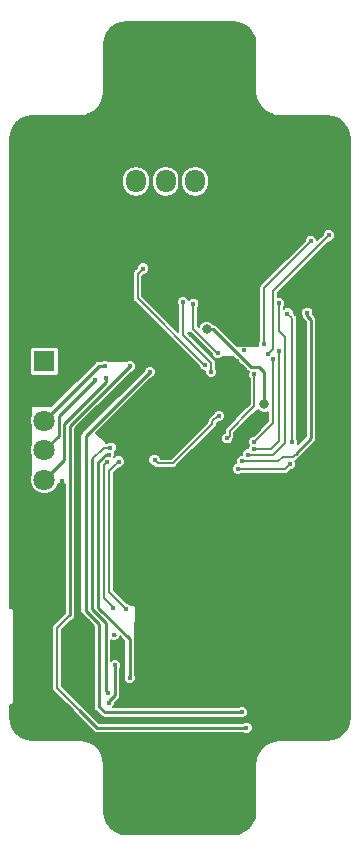
<source format=gbl>
G04 #@! TF.GenerationSoftware,KiCad,Pcbnew,(5.0.2)-1*
G04 #@! TF.CreationDate,2019-10-12T13:33:17+09:00*
G04 #@! TF.ProjectId,High_range_accelerometer,48696768-5f72-4616-9e67-655f61636365,rev?*
G04 #@! TF.SameCoordinates,Original*
G04 #@! TF.FileFunction,Copper,L2,Bot*
G04 #@! TF.FilePolarity,Positive*
%FSLAX46Y46*%
G04 Gerber Fmt 4.6, Leading zero omitted, Abs format (unit mm)*
G04 Created by KiCad (PCBNEW (5.0.2)-1) date 2019/10/12 13:33:17*
%MOMM*%
%LPD*%
G01*
G04 APERTURE LIST*
G04 #@! TA.AperFunction,Conductor*
%ADD10C,0.100000*%
G04 #@! TD*
G04 #@! TA.AperFunction,ComponentPad*
%ADD11C,1.700000*%
G04 #@! TD*
G04 #@! TA.AperFunction,ComponentPad*
%ADD12O,1.700000X1.950000*%
G04 #@! TD*
G04 #@! TA.AperFunction,ComponentPad*
%ADD13R,1.800000X1.800000*%
G04 #@! TD*
G04 #@! TA.AperFunction,ComponentPad*
%ADD14C,1.800000*%
G04 #@! TD*
G04 #@! TA.AperFunction,ComponentPad*
%ADD15C,0.712500*%
G04 #@! TD*
G04 #@! TA.AperFunction,ComponentPad*
%ADD16O,1.250000X1.050000*%
G04 #@! TD*
G04 #@! TA.AperFunction,ComponentPad*
%ADD17R,1.900000X2.100000*%
G04 #@! TD*
G04 #@! TA.AperFunction,ViaPad*
%ADD18C,0.400000*%
G04 #@! TD*
G04 #@! TA.AperFunction,ViaPad*
%ADD19C,0.800000*%
G04 #@! TD*
G04 #@! TA.AperFunction,Conductor*
%ADD20C,0.250000*%
G04 #@! TD*
G04 #@! TA.AperFunction,Conductor*
%ADD21C,0.190000*%
G04 #@! TD*
G04 #@! TA.AperFunction,Conductor*
%ADD22C,0.200000*%
G04 #@! TD*
G04 #@! TA.AperFunction,Conductor*
%ADD23C,0.210000*%
G04 #@! TD*
G04 APERTURE END LIST*
D10*
G04 #@! TO.N,GND*
G04 #@! TO.C,U1*
G36*
X111272624Y-61496364D02*
X111296893Y-61499964D01*
X111320691Y-61505925D01*
X111343791Y-61514190D01*
X111365969Y-61524680D01*
X111387013Y-61537293D01*
X111406718Y-61551907D01*
X111424897Y-61568383D01*
X111441373Y-61586562D01*
X111455987Y-61606267D01*
X111468600Y-61627311D01*
X111479090Y-61649489D01*
X111487355Y-61672589D01*
X111493316Y-61696387D01*
X111496916Y-61720656D01*
X111498120Y-61745160D01*
X111498120Y-63195160D01*
X111496916Y-63219664D01*
X111493316Y-63243933D01*
X111487355Y-63267731D01*
X111479090Y-63290831D01*
X111468600Y-63313009D01*
X111455987Y-63334053D01*
X111441373Y-63353758D01*
X111424897Y-63371937D01*
X111406718Y-63388413D01*
X111387013Y-63403027D01*
X111365969Y-63415640D01*
X111343791Y-63426130D01*
X111320691Y-63434395D01*
X111296893Y-63440356D01*
X111272624Y-63443956D01*
X111248120Y-63445160D01*
X110048120Y-63445160D01*
X110023616Y-63443956D01*
X109999347Y-63440356D01*
X109975549Y-63434395D01*
X109952449Y-63426130D01*
X109930271Y-63415640D01*
X109909227Y-63403027D01*
X109889522Y-63388413D01*
X109871343Y-63371937D01*
X109854867Y-63353758D01*
X109840253Y-63334053D01*
X109827640Y-63313009D01*
X109817150Y-63290831D01*
X109808885Y-63267731D01*
X109802924Y-63243933D01*
X109799324Y-63219664D01*
X109798120Y-63195160D01*
X109798120Y-61745160D01*
X109799324Y-61720656D01*
X109802924Y-61696387D01*
X109808885Y-61672589D01*
X109817150Y-61649489D01*
X109827640Y-61627311D01*
X109840253Y-61606267D01*
X109854867Y-61586562D01*
X109871343Y-61568383D01*
X109889522Y-61551907D01*
X109909227Y-61537293D01*
X109930271Y-61524680D01*
X109952449Y-61514190D01*
X109975549Y-61505925D01*
X109999347Y-61499964D01*
X110023616Y-61496364D01*
X110048120Y-61495160D01*
X111248120Y-61495160D01*
X111272624Y-61496364D01*
X111272624Y-61496364D01*
G37*
D11*
G04 #@! TD*
G04 #@! TO.P,U1,1*
G04 #@! TO.N,GND*
X110648120Y-62470160D03*
D12*
G04 #@! TO.P,U1,2*
G04 #@! TO.N,Net-(C1-Pad1)*
X108148120Y-62470160D03*
G04 #@! TO.P,U1,3*
G04 #@! TO.N,Net-(R2-Pad2)*
X105648120Y-62470160D03*
G04 #@! TO.P,U1,4*
G04 #@! TO.N,Net-(R3-Pad1)*
X103148120Y-62470160D03*
G04 #@! TD*
D13*
G04 #@! TO.P,P1,1*
G04 #@! TO.N,N/C*
X95382080Y-77724000D03*
D14*
G04 #@! TO.P,P1,2*
G04 #@! TO.N,GND*
X95382080Y-80224000D03*
G04 #@! TO.P,P1,3*
G04 #@! TO.N,XRESS*
X95382080Y-82724000D03*
G04 #@! TO.P,P1,4*
G04 #@! TO.N,SCLK*
X95382080Y-85224000D03*
G04 #@! TO.P,P1,5*
G04 #@! TO.N,SDATA*
X95382080Y-87724000D03*
G04 #@! TD*
D15*
G04 #@! TO.P,U5,69*
G04 #@! TO.N,GND*
X106941800Y-80666919D03*
X105934173Y-81674546D03*
X104926546Y-82682173D03*
X103918919Y-83689800D03*
X107949427Y-81674546D03*
X106941800Y-82682173D03*
X105934173Y-83689800D03*
X104926546Y-84697427D03*
X108957054Y-82682173D03*
X107949427Y-83689800D03*
X106941800Y-84697427D03*
X105934173Y-85705054D03*
X109964681Y-83689800D03*
X108957054Y-84697427D03*
X107949427Y-85705054D03*
X106941800Y-86712681D03*
G04 #@! TD*
D16*
G04 #@! TO.P,J1,5*
G04 #@! TO.N,GND*
X97749620Y-100328160D03*
X97749620Y-105178160D03*
D17*
X94749620Y-99103160D03*
X94749620Y-106403160D03*
G04 #@! TD*
D18*
G04 #@! TO.N,GND*
X105392220Y-76743560D03*
X99245420Y-76527660D03*
X100172520Y-83969860D03*
X112783620Y-83474560D03*
X93348120Y-108870160D03*
X120348120Y-57870160D03*
X93348120Y-57870160D03*
X102242620Y-63954660D03*
X113253520Y-74724260D03*
X112313720Y-76756260D03*
X101480620Y-49857660D03*
X105521760Y-90093800D03*
X120350280Y-108874560D03*
X101305360Y-108122720D03*
X99171760Y-105059480D03*
X99146360Y-101122480D03*
X111739680Y-106334560D03*
X98221800Y-96067880D03*
X98206560Y-91993720D03*
X98206560Y-88458040D03*
X98196400Y-86456520D03*
X98587560Y-83296760D03*
X99735640Y-82077560D03*
X101020880Y-80873600D03*
X102753160Y-79095600D03*
X96848120Y-87870160D03*
X96548120Y-74370160D03*
X117800120Y-63129160D03*
X116212620Y-63129160D03*
X106243120Y-64907160D03*
X103576120Y-64399160D03*
X103639620Y-73733660D03*
X106497120Y-73733660D03*
X104592120Y-70050660D03*
X99893120Y-71003160D03*
X101607620Y-66177160D03*
X111647481Y-77727299D03*
X117165120Y-84147660D03*
X119578120Y-63129160D03*
X117165120Y-77162660D03*
X117165120Y-80274160D03*
G04 #@! TO.N,*
X101353620Y-103451660D03*
X101290120Y-100848160D03*
X100845620Y-106626660D03*
G04 #@! TO.N,GND*
X101934402Y-81743942D03*
X113799620Y-70304660D03*
X109227620Y-71638160D03*
X118689120Y-67002660D03*
X107576620Y-64018160D03*
X104274620Y-68653660D03*
X105080620Y-49857660D03*
X108680620Y-49857660D03*
X112280620Y-49857660D03*
X101480620Y-53857660D03*
X105080620Y-53857660D03*
X108680620Y-53857660D03*
X112280620Y-53857660D03*
X101480620Y-57857660D03*
X105080620Y-57857660D03*
X108680620Y-57857660D03*
X112280620Y-57857660D03*
X101417120Y-112659160D03*
X105017120Y-112659160D03*
X108617120Y-112659160D03*
X112217120Y-112659160D03*
X101417120Y-116659160D03*
X105017120Y-116659160D03*
X108617120Y-116659160D03*
X112217120Y-116659160D03*
X120467120Y-68018660D03*
X120467120Y-72018660D03*
X120467120Y-76018660D03*
X120467120Y-80018660D03*
X120467120Y-84018660D03*
X120467120Y-88018660D03*
X120467120Y-92018660D03*
X120467120Y-96018660D03*
X120467120Y-100018660D03*
X120467120Y-104018660D03*
X93348120Y-61870160D03*
X93348120Y-65870160D03*
X93348120Y-73870160D03*
X93348120Y-77870160D03*
X93348120Y-81870160D03*
X93348120Y-85870160D03*
X93348120Y-89870160D03*
X93348120Y-93870160D03*
X114053620Y-89100660D03*
X109418120Y-88084660D03*
X109799120Y-94244160D03*
X114117120Y-87513160D03*
X112331500Y-87503000D03*
X97091500Y-78740000D03*
X107824531Y-75470681D03*
X115379500Y-72009000D03*
X107061000Y-78168500D03*
X117411500Y-69850000D03*
X109156500Y-100330000D03*
X93299990Y-69875490D03*
X101850000Y-71200000D03*
X95300000Y-69450000D03*
X96350000Y-69400000D03*
X98050000Y-69350000D03*
X99850000Y-69350000D03*
X98150000Y-70900000D03*
X96250000Y-70400000D03*
X99450000Y-61000000D03*
D19*
G04 #@! TO.N,+3V3*
X109113320Y-75016360D03*
X113990120Y-81353658D03*
D18*
G04 #@! TO.N,Net-(C19-Pad1)*
X110185200Y-82331560D03*
X104703646Y-86062304D03*
G04 #@! TO.N,XRESS*
X100515420Y-78127860D03*
G04 #@! TO.N,SCLK*
X99646235Y-79323507D03*
G04 #@! TO.N,SDATA*
X100591620Y-79093060D03*
G04 #@! TO.N,Net-(R4-Pad2)*
X102306120Y-98689160D03*
X101671120Y-86200608D03*
G04 #@! TO.N,Net-(R5-Pad2)*
X101188520Y-98562160D03*
X100655114Y-86270014D03*
G04 #@! TO.N,Sensor-CS*
X110865920Y-84236560D03*
X113164622Y-78813660D03*
G04 #@! TO.N,Flash-~CS*
X102598720Y-104519560D03*
X100845619Y-85608159D03*
G04 #@! TO.N,CAN-TXD*
X107995716Y-72831960D03*
X110053120Y-77035672D03*
G04 #@! TO.N,CAN-RXD*
X107106720Y-72704960D03*
X109494610Y-78597760D03*
G04 #@! TO.N,CAN-STB*
X108960920Y-78038960D03*
X103753920Y-69860160D03*
G04 #@! TO.N,Flash-CLK*
X112115600Y-107431840D03*
X104302560Y-78633320D03*
G04 #@! TO.N,Flash-MOSI*
X112486440Y-108737400D03*
X102605840Y-78150720D03*
G04 #@! TO.N,Flash-MISO*
X100787200Y-105796080D03*
X100975780Y-85022436D03*
G04 #@! TO.N,Sensor-CLK*
X117647720Y-73593960D03*
X112148620Y-86179660D03*
G04 #@! TO.N,Sensor-MOSI*
X115234720Y-72806560D03*
X112656620Y-85608160D03*
G04 #@! TO.N,Sensor-MISO*
X115963330Y-73670160D03*
X116367560Y-84551520D03*
X116144040Y-86436200D03*
X111767620Y-86814660D03*
G04 #@! TO.N,INT1*
X113117684Y-85166407D03*
X115260120Y-76870560D03*
G04 #@! TO.N,INT2*
X114752120Y-77480160D03*
X113164620Y-84528660D03*
G04 #@! TO.N,LED_G_1*
X114314396Y-77069794D03*
X119451120Y-67053460D03*
G04 #@! TO.N,LED_G_2*
X113990120Y-76235560D03*
X117927120Y-67561460D03*
G04 #@! TD*
D20*
G04 #@! TO.N,GND*
X99171760Y-101147880D02*
X99146360Y-101122480D01*
X98221800Y-98812490D02*
X98221800Y-96067880D01*
X99146360Y-101122480D02*
X99146360Y-99737050D01*
X99146360Y-99737050D02*
X98221800Y-98812490D01*
X98206560Y-91993720D02*
X98206560Y-88458040D01*
X98206560Y-88458040D02*
X98206560Y-86466680D01*
X98206560Y-86466680D02*
X98196400Y-86456520D01*
X98196400Y-86456520D02*
X98196400Y-83687920D01*
X98196400Y-83687920D02*
X98587560Y-83296760D01*
X99735640Y-82077560D02*
X99816920Y-82077560D01*
X99816920Y-82077560D02*
X101020880Y-80873600D01*
X101020880Y-80873600D02*
X101020880Y-80827880D01*
X101020880Y-80827880D02*
X102753160Y-79095600D01*
X106497120Y-73450818D02*
X106497120Y-73733660D01*
X117122719Y-84105259D02*
X117165120Y-84147660D01*
G04 #@! TO.N,*
X101353620Y-100911660D02*
X101290120Y-100848160D01*
X100845620Y-106514662D02*
X100845620Y-106626660D01*
X101353620Y-103451660D02*
X101353620Y-106006662D01*
X101353620Y-106006662D02*
X100845620Y-106514662D01*
G04 #@! TO.N,GND*
X115389160Y-72018660D02*
X115379500Y-72009000D01*
G04 #@! TO.N,+3V3*
X113990120Y-78651288D02*
X113990120Y-80787973D01*
X109113320Y-75016360D02*
X109679005Y-75016360D01*
X109679005Y-75016360D02*
X112855543Y-78192898D01*
X112855543Y-78192898D02*
X113531730Y-78192898D01*
X113531730Y-78192898D02*
X113990120Y-78651288D01*
X113990120Y-80787973D02*
X113990120Y-81353658D01*
D21*
G04 #@! TO.N,Net-(C19-Pad1)*
X110169960Y-82362040D02*
X110053120Y-82362040D01*
X110053120Y-82362040D02*
X109608305Y-82806855D01*
X109608305Y-82806855D02*
X109608305Y-82994774D01*
X109608305Y-82994774D02*
X106246774Y-86356305D01*
X104903645Y-86262303D02*
X104703646Y-86062304D01*
X106246774Y-86356305D02*
X104997647Y-86356305D01*
X104997647Y-86356305D02*
X104903645Y-86262303D01*
D20*
G04 #@! TO.N,XRESS*
X95382080Y-82724000D02*
X99978220Y-78127860D01*
X99978220Y-78127860D02*
X100232578Y-78127860D01*
X100232578Y-78127860D02*
X100515420Y-78127860D01*
G04 #@! TO.N,SCLK*
X99446236Y-79523506D02*
X99646235Y-79323507D01*
X96607081Y-82362661D02*
X99446236Y-79523506D01*
X95382080Y-85224000D02*
X96607081Y-83998999D01*
X96607081Y-83998999D02*
X96607081Y-82362661D01*
D21*
G04 #@! TO.N,SDATA*
X95382080Y-87724000D02*
X95382080Y-87561200D01*
D20*
X100591620Y-79375902D02*
X100591620Y-79093060D01*
X100591620Y-79474060D02*
X100591620Y-79375902D01*
X97057092Y-83008588D02*
X100591620Y-79474060D01*
X95382080Y-87724000D02*
X97057092Y-86048988D01*
X97057092Y-86048988D02*
X97057092Y-83008588D01*
D22*
G04 #@! TO.N,Net-(R4-Pad2)*
X100845620Y-97228660D02*
X102306120Y-98689160D01*
X100845620Y-87572889D02*
X100845620Y-97228660D01*
D21*
X101471121Y-86400607D02*
X101671120Y-86200608D01*
X100845620Y-87026108D02*
X101471121Y-86400607D01*
X100845620Y-87572889D02*
X100845620Y-87026108D01*
D22*
G04 #@! TO.N,Net-(R5-Pad2)*
X100988521Y-98362161D02*
X101188520Y-98562160D01*
X100401120Y-97774760D02*
X100988521Y-98362161D01*
X100401120Y-86829130D02*
X100401120Y-97774760D01*
D21*
X100401120Y-86829130D02*
X100401120Y-86524008D01*
X100455115Y-86470013D02*
X100655114Y-86270014D01*
X100401120Y-86524008D02*
X100455115Y-86470013D01*
G04 #@! TO.N,Sensor-CS*
X111065919Y-84036561D02*
X111065919Y-83604761D01*
X110865920Y-84236560D02*
X111065919Y-84036561D01*
X111065919Y-83604761D02*
X112821720Y-81848960D01*
D22*
X112821720Y-81848960D02*
X113164622Y-81506058D01*
X113164622Y-79096502D02*
X113164622Y-78813660D01*
X113164622Y-81506058D02*
X113164622Y-79096502D01*
D20*
G04 #@! TO.N,Flash-~CS*
X102598720Y-104519560D02*
X102598720Y-101202850D01*
X99956620Y-98560750D02*
X99956620Y-86214316D01*
X99956620Y-86214316D02*
X100562777Y-85608159D01*
X100562777Y-85608159D02*
X100845619Y-85608159D01*
X102598720Y-101202850D02*
X99956620Y-98560750D01*
D22*
G04 #@! TO.N,CAN-TXD*
X110027720Y-76966762D02*
X107995716Y-74934758D01*
X107995716Y-74934758D02*
X107995716Y-73114802D01*
X107995716Y-73114802D02*
X107995716Y-72831960D01*
D21*
X110027720Y-76966762D02*
X110027720Y-77010272D01*
X110027720Y-77010272D02*
X110053120Y-77035672D01*
G04 #@! TO.N,CAN-RXD*
X109494610Y-77861450D02*
X109494610Y-78314918D01*
X107106720Y-75473560D02*
X109494610Y-77861450D01*
X109494610Y-78314918D02*
X109494610Y-78597760D01*
X107106720Y-72704960D02*
X107106720Y-75473560D01*
G04 #@! TO.N,CAN-STB*
X108760921Y-77838961D02*
X108960920Y-78038960D01*
X103271320Y-72349360D02*
X108760921Y-77838961D01*
X103271320Y-72298560D02*
X103271320Y-72349360D01*
D22*
X103271320Y-72349360D02*
X103271320Y-70342760D01*
X103271320Y-70342760D02*
X103753920Y-69860160D01*
D20*
G04 #@! TO.N,Flash-CLK*
X104102561Y-78833319D02*
X104302560Y-78633320D01*
X100481220Y-107431840D02*
X100025200Y-106975820D01*
X112115600Y-107431840D02*
X100481220Y-107431840D01*
X100025200Y-106975820D02*
X100025200Y-99979480D01*
X100025200Y-99979480D02*
X98866960Y-98821240D01*
X98866960Y-98821240D02*
X98866960Y-84068920D01*
X98866960Y-84068920D02*
X104102561Y-78833319D01*
G04 #@! TO.N,Flash-MOSI*
X102405841Y-78350719D02*
X102605840Y-78150720D01*
X97543620Y-99192969D02*
X97543620Y-83212940D01*
X112486440Y-108737400D02*
X99822000Y-108737400D01*
X99822000Y-108737400D02*
X98281130Y-107196530D01*
X97543620Y-83212940D02*
X102405841Y-78350719D01*
D21*
X96450000Y-105365400D02*
X98281130Y-107196530D01*
X97543620Y-99192969D02*
X96450000Y-100286589D01*
X96450000Y-100286589D02*
X96450000Y-105365400D01*
D20*
G04 #@! TO.N,Flash-MISO*
X100591620Y-99832160D02*
X99448620Y-98689160D01*
X100591620Y-105600500D02*
X100591620Y-99832160D01*
X99448620Y-98689160D02*
X99448620Y-85961511D01*
X100787200Y-105796080D02*
X100591620Y-105600500D01*
D21*
X100692938Y-85022436D02*
X100975780Y-85022436D01*
X99448620Y-85961511D02*
X100387695Y-85022436D01*
X100387695Y-85022436D02*
X100692938Y-85022436D01*
D22*
G04 #@! TO.N,Sensor-CLK*
X116428520Y-85785960D02*
X115564920Y-85785960D01*
X116657120Y-85557360D02*
X116428520Y-85785960D01*
D20*
X117647720Y-73876802D02*
X117647720Y-73593960D01*
X117972840Y-74201922D02*
X117647720Y-73876802D01*
X116657120Y-85557360D02*
X117972840Y-84241640D01*
X117972840Y-84241640D02*
X117972840Y-74201922D01*
D21*
X115171220Y-86179660D02*
X112431462Y-86179660D01*
X112431462Y-86179660D02*
X112148620Y-86179660D01*
X115564920Y-85785960D02*
X115171220Y-86179660D01*
D22*
G04 #@! TO.N,Sensor-MOSI*
X115234720Y-75117960D02*
X115234720Y-72806560D01*
X115793520Y-75676760D02*
X115234720Y-75117960D01*
X115285520Y-85150960D02*
X115793520Y-84642960D01*
X115793520Y-84642960D02*
X115793520Y-75676760D01*
D21*
X115285520Y-85150960D02*
X114775071Y-85661409D01*
X114775071Y-85661409D02*
X112709869Y-85661409D01*
X112709869Y-85661409D02*
X112656620Y-85608160D01*
D22*
G04 #@! TO.N,Sensor-MISO*
X116367560Y-84268678D02*
X116367560Y-84551520D01*
X115963330Y-73670160D02*
X116367560Y-74074390D01*
X116367560Y-74074390D02*
X116367560Y-84268678D01*
D21*
X115765580Y-86814660D02*
X112050462Y-86814660D01*
X112050462Y-86814660D02*
X111767620Y-86814660D01*
X116144040Y-86436200D02*
X115765580Y-86814660D01*
G04 #@! TO.N,INT1*
X113400526Y-85166407D02*
X113117684Y-85166407D01*
X114752120Y-84973160D02*
X114558873Y-85166407D01*
X114558873Y-85166407D02*
X113400526Y-85166407D01*
D22*
X114759019Y-84973160D02*
X115285520Y-84446659D01*
X115285520Y-84446659D02*
X115285520Y-77099160D01*
X115260120Y-77073760D02*
X115260120Y-76870560D01*
X115285520Y-77099160D02*
X115260120Y-77073760D01*
G04 #@! TO.N,INT2*
X114752120Y-82941160D02*
X113364619Y-84328661D01*
X114752120Y-77480160D02*
X114752120Y-82941160D01*
X113364619Y-84328661D02*
X113164620Y-84528660D01*
D21*
G04 #@! TO.N,LED_G_1*
X114314396Y-77069794D02*
X114739719Y-76644471D01*
X119251121Y-67253459D02*
X119451120Y-67053460D01*
X114739719Y-71764861D02*
X119251121Y-67253459D01*
X114739719Y-76644471D02*
X114739719Y-71764861D01*
G04 #@! TO.N,LED_G_2*
X113990120Y-76235560D02*
X113990120Y-71498460D01*
X117727121Y-67761459D02*
X117927120Y-67561460D01*
X113990120Y-71498460D02*
X117727121Y-67761459D01*
G04 #@! TD*
D23*
G04 #@! TO.N,GND*
G36*
X111838349Y-49040606D02*
X112295166Y-49229826D01*
X112687447Y-49530833D01*
X112988454Y-49923114D01*
X113177674Y-50379931D01*
X113243120Y-50877044D01*
X113243120Y-54870160D01*
X113244018Y-54883865D01*
X113312166Y-55401503D01*
X113319261Y-55427980D01*
X113519062Y-55910342D01*
X113532767Y-55934080D01*
X113850604Y-56348294D01*
X113869986Y-56367676D01*
X114284200Y-56685513D01*
X114307938Y-56699218D01*
X114790300Y-56899019D01*
X114816777Y-56906114D01*
X115334415Y-56974262D01*
X115348120Y-56975160D01*
X119341236Y-56975160D01*
X119838349Y-57040606D01*
X120295166Y-57229826D01*
X120687447Y-57530833D01*
X120988454Y-57923114D01*
X121177674Y-58379931D01*
X121243120Y-58877044D01*
X121243120Y-107863276D01*
X121177674Y-108360389D01*
X120988454Y-108817206D01*
X120687447Y-109209487D01*
X120295166Y-109510494D01*
X119838349Y-109699714D01*
X119341236Y-109765160D01*
X115348120Y-109765160D01*
X115334415Y-109766058D01*
X114816777Y-109834206D01*
X114790300Y-109841301D01*
X114307938Y-110041102D01*
X114284200Y-110054807D01*
X113869986Y-110372644D01*
X113850604Y-110392026D01*
X113532767Y-110806240D01*
X113519062Y-110829978D01*
X113319261Y-111312340D01*
X113312166Y-111338817D01*
X113244018Y-111856455D01*
X113243120Y-111870160D01*
X113243120Y-115863276D01*
X113177674Y-116360389D01*
X112988454Y-116817206D01*
X112687447Y-117209487D01*
X112295166Y-117510494D01*
X111838349Y-117699714D01*
X111341236Y-117765160D01*
X102355004Y-117765160D01*
X101857891Y-117699714D01*
X101401074Y-117510494D01*
X101008793Y-117209487D01*
X100707786Y-116817206D01*
X100518566Y-116360389D01*
X100453120Y-115863276D01*
X100453120Y-111870160D01*
X100452222Y-111856455D01*
X100384074Y-111338817D01*
X100376979Y-111312340D01*
X100177178Y-110829978D01*
X100163473Y-110806240D01*
X99845636Y-110392026D01*
X99826254Y-110372644D01*
X99412040Y-110054807D01*
X99388302Y-110041102D01*
X98905940Y-109841301D01*
X98879463Y-109834206D01*
X98361825Y-109766058D01*
X98348120Y-109765160D01*
X94355004Y-109765160D01*
X93857891Y-109699714D01*
X93401074Y-109510494D01*
X93008793Y-109209487D01*
X92707786Y-108817206D01*
X92518566Y-108360389D01*
X92453120Y-107863276D01*
X92453120Y-106834904D01*
X92473197Y-106830910D01*
X92586959Y-106808281D01*
X92715963Y-106722084D01*
X92802160Y-106593080D01*
X92832429Y-106440910D01*
X92824789Y-106402502D01*
X92824789Y-99004318D01*
X92832429Y-98965910D01*
X92802160Y-98813740D01*
X92715963Y-98684736D01*
X92586959Y-98598539D01*
X92473197Y-98575910D01*
X92453120Y-98571916D01*
X92453120Y-82482322D01*
X94167080Y-82482322D01*
X94167080Y-82965678D01*
X94243120Y-83149255D01*
X94243120Y-84798745D01*
X94167080Y-84982322D01*
X94167080Y-85465678D01*
X94243120Y-85649255D01*
X94243120Y-87298745D01*
X94167080Y-87482322D01*
X94167080Y-87965678D01*
X94352053Y-88412242D01*
X94693838Y-88754027D01*
X95140402Y-88939000D01*
X95623758Y-88939000D01*
X96070322Y-88754027D01*
X96412107Y-88412242D01*
X96551731Y-88075160D01*
X97103621Y-88075160D01*
X97103620Y-99053142D01*
X96188639Y-99968123D01*
X96154407Y-99990996D01*
X96063789Y-100126616D01*
X96040000Y-100246211D01*
X96040000Y-100246214D01*
X96031969Y-100286589D01*
X96040000Y-100326964D01*
X96040001Y-105325020D01*
X96031969Y-105365400D01*
X96063789Y-105525373D01*
X96131534Y-105626761D01*
X96131537Y-105626764D01*
X96154408Y-105660993D01*
X96188637Y-105683864D01*
X97865090Y-107360318D01*
X97866660Y-107368209D01*
X97939360Y-107477013D01*
X99480229Y-109017882D01*
X99504778Y-109054622D01*
X99611915Y-109126209D01*
X99650319Y-109151870D01*
X99650320Y-109151870D01*
X99650321Y-109151871D01*
X99778664Y-109177400D01*
X99778668Y-109177400D01*
X99821999Y-109186019D01*
X99865330Y-109177400D01*
X112202934Y-109177400D01*
X112384000Y-109252400D01*
X112588880Y-109252400D01*
X112778164Y-109173996D01*
X112923036Y-109029124D01*
X113001440Y-108839840D01*
X113001440Y-108634960D01*
X112923036Y-108445676D01*
X112778164Y-108300804D01*
X112588880Y-108222400D01*
X112384000Y-108222400D01*
X112202934Y-108297400D01*
X100004253Y-108297400D01*
X98561613Y-106854760D01*
X98452809Y-106782060D01*
X98444918Y-106780490D01*
X96860000Y-105195573D01*
X96860000Y-100456416D01*
X97707406Y-99609010D01*
X97715298Y-99607440D01*
X97860842Y-99510191D01*
X97958091Y-99364648D01*
X97983620Y-99236305D01*
X97983620Y-84068920D01*
X98418341Y-84068920D01*
X98426961Y-84112256D01*
X98426960Y-98777909D01*
X98418341Y-98821240D01*
X98426960Y-98864571D01*
X98426960Y-98864575D01*
X98452489Y-98992918D01*
X98549738Y-99138462D01*
X98586478Y-99163011D01*
X99585201Y-100161735D01*
X99585200Y-106932489D01*
X99576581Y-106975820D01*
X99585200Y-107019151D01*
X99585200Y-107019155D01*
X99610729Y-107147498D01*
X99707978Y-107293042D01*
X99744718Y-107317591D01*
X100139451Y-107712325D01*
X100163998Y-107749062D01*
X100200735Y-107773609D01*
X100200736Y-107773610D01*
X100259062Y-107812582D01*
X100309541Y-107846311D01*
X100437884Y-107871840D01*
X100437889Y-107871840D01*
X100481220Y-107880459D01*
X100524551Y-107871840D01*
X111832094Y-107871840D01*
X112013160Y-107946840D01*
X112218040Y-107946840D01*
X112407324Y-107868436D01*
X112552196Y-107723564D01*
X112630600Y-107534280D01*
X112630600Y-107329400D01*
X112552196Y-107140116D01*
X112407324Y-106995244D01*
X112218040Y-106916840D01*
X112013160Y-106916840D01*
X111832094Y-106991840D01*
X101208760Y-106991840D01*
X101282216Y-106918384D01*
X101360620Y-106729100D01*
X101360620Y-106621915D01*
X101634105Y-106348431D01*
X101670842Y-106323884D01*
X101730781Y-106234179D01*
X101768090Y-106178343D01*
X101768090Y-106178342D01*
X101768091Y-106178341D01*
X101793620Y-106049998D01*
X101793620Y-106049994D01*
X101802239Y-106006663D01*
X101793620Y-105963332D01*
X101793620Y-103735166D01*
X101868620Y-103554100D01*
X101868620Y-103349220D01*
X101790216Y-103159936D01*
X101645344Y-103015064D01*
X101456060Y-102936660D01*
X101251180Y-102936660D01*
X101061896Y-103015064D01*
X101031620Y-103045340D01*
X101031620Y-101298518D01*
X101187680Y-101363160D01*
X101392560Y-101363160D01*
X101441916Y-101342716D01*
X101525300Y-101326130D01*
X101670842Y-101228882D01*
X101768090Y-101083340D01*
X101782834Y-101009218D01*
X102158721Y-101385105D01*
X102158720Y-104236054D01*
X102083720Y-104417120D01*
X102083720Y-104622000D01*
X102162124Y-104811284D01*
X102306996Y-104956156D01*
X102496280Y-105034560D01*
X102701160Y-105034560D01*
X102890444Y-104956156D01*
X103035316Y-104811284D01*
X103113720Y-104622000D01*
X103113720Y-104417120D01*
X103038720Y-104236054D01*
X103038720Y-101274018D01*
X103039434Y-101242590D01*
X103047339Y-101202850D01*
X103041055Y-101171260D01*
X103101973Y-98490886D01*
X103095115Y-98451105D01*
X103073336Y-98416405D01*
X103039936Y-98392680D01*
X102999999Y-98383543D01*
X102720847Y-98375567D01*
X102597844Y-98252564D01*
X102408560Y-98174160D01*
X102378019Y-98174160D01*
X101260620Y-97056762D01*
X101260620Y-87532017D01*
X101255620Y-87506880D01*
X101255620Y-87195935D01*
X101735948Y-86715608D01*
X101773560Y-86715608D01*
X101962844Y-86637204D01*
X102107716Y-86492332D01*
X102186120Y-86303048D01*
X102186120Y-86098168D01*
X102128833Y-85959864D01*
X104188646Y-85959864D01*
X104188646Y-86164744D01*
X104267050Y-86354028D01*
X104411922Y-86498900D01*
X104601206Y-86577304D01*
X104638819Y-86577304D01*
X104679181Y-86617666D01*
X104702054Y-86651898D01*
X104837673Y-86742516D01*
X104957268Y-86766305D01*
X104957272Y-86766305D01*
X104997647Y-86774336D01*
X105038022Y-86766305D01*
X106206399Y-86766305D01*
X106246774Y-86774336D01*
X106287149Y-86766305D01*
X106287153Y-86766305D01*
X106406748Y-86742516D01*
X106542367Y-86651898D01*
X106565240Y-86617666D01*
X109869668Y-83313239D01*
X109903898Y-83290367D01*
X109926769Y-83256138D01*
X109926771Y-83256136D01*
X109994516Y-83154748D01*
X110004919Y-83102448D01*
X110018305Y-83035152D01*
X110018305Y-83035150D01*
X110026336Y-82994774D01*
X110022002Y-82972985D01*
X110148427Y-82846560D01*
X110287640Y-82846560D01*
X110476924Y-82768156D01*
X110621796Y-82623284D01*
X110700200Y-82434000D01*
X110700200Y-82229120D01*
X110621796Y-82039836D01*
X110476924Y-81894964D01*
X110287640Y-81816560D01*
X110082760Y-81816560D01*
X109893476Y-81894964D01*
X109748604Y-82039836D01*
X109715446Y-82119887D01*
X109346944Y-82488389D01*
X109312712Y-82511262D01*
X109222094Y-82646882D01*
X109198305Y-82766477D01*
X109198305Y-82766480D01*
X109190274Y-82806855D01*
X109194608Y-82828643D01*
X106076947Y-85946305D01*
X105213030Y-85946305D01*
X105140242Y-85770580D01*
X104995370Y-85625708D01*
X104806086Y-85547304D01*
X104601206Y-85547304D01*
X104411922Y-85625708D01*
X104267050Y-85770580D01*
X104188646Y-85959864D01*
X102128833Y-85959864D01*
X102107716Y-85908884D01*
X101962844Y-85764012D01*
X101773560Y-85685608D01*
X101568680Y-85685608D01*
X101379396Y-85764012D01*
X101309573Y-85833835D01*
X101360619Y-85710599D01*
X101360619Y-85505719D01*
X101319672Y-85406864D01*
X101412376Y-85314160D01*
X101490780Y-85124876D01*
X101490780Y-84919996D01*
X101412376Y-84730712D01*
X101267504Y-84585840D01*
X101078220Y-84507436D01*
X100873340Y-84507436D01*
X100684056Y-84585840D01*
X100657460Y-84612436D01*
X100596709Y-84612436D01*
X100594761Y-84604775D01*
X100570241Y-84571954D01*
X99736524Y-83821609D01*
X104413218Y-79144916D01*
X104594284Y-79069916D01*
X104739156Y-78925044D01*
X104817560Y-78735760D01*
X104817560Y-78530880D01*
X104739156Y-78341596D01*
X104594284Y-78196724D01*
X104405000Y-78118320D01*
X104200120Y-78118320D01*
X104010836Y-78196724D01*
X103865964Y-78341596D01*
X103790964Y-78522662D01*
X98586476Y-83727151D01*
X98549739Y-83751698D01*
X98525192Y-83788435D01*
X98525190Y-83788437D01*
X98452490Y-83897241D01*
X98418341Y-84068920D01*
X97983620Y-84068920D01*
X97983620Y-83395193D01*
X102716498Y-78662316D01*
X102897564Y-78587316D01*
X103042436Y-78442444D01*
X103120840Y-78253160D01*
X103120840Y-78048280D01*
X103042436Y-77858996D01*
X102897564Y-77714124D01*
X102708280Y-77635720D01*
X102503400Y-77635720D01*
X102365935Y-77692660D01*
X100808540Y-77692660D01*
X100807144Y-77691264D01*
X100617860Y-77612860D01*
X100412980Y-77612860D01*
X100231914Y-77687860D01*
X100021551Y-77687860D01*
X99978220Y-77679241D01*
X99934889Y-77687860D01*
X99934884Y-77687860D01*
X99806541Y-77713389D01*
X99806539Y-77713390D01*
X99806540Y-77713390D01*
X99697736Y-77786090D01*
X99697735Y-77786091D01*
X99660998Y-77810638D01*
X99636451Y-77847375D01*
X95968667Y-81515160D01*
X95638630Y-81515160D01*
X95623758Y-81509000D01*
X95140402Y-81509000D01*
X95125530Y-81515160D01*
X94348120Y-81515160D01*
X94307938Y-81523153D01*
X94273874Y-81545914D01*
X94251113Y-81579978D01*
X94243120Y-81620160D01*
X94243120Y-82298745D01*
X94167080Y-82482322D01*
X92453120Y-82482322D01*
X92453120Y-76824000D01*
X94160909Y-76824000D01*
X94160909Y-78624000D01*
X94185357Y-78746907D01*
X94254978Y-78851102D01*
X94359173Y-78920723D01*
X94482080Y-78945171D01*
X96282080Y-78945171D01*
X96404987Y-78920723D01*
X96509182Y-78851102D01*
X96578803Y-78746907D01*
X96603251Y-78624000D01*
X96603251Y-76824000D01*
X96578803Y-76701093D01*
X96509182Y-76596898D01*
X96404987Y-76527277D01*
X96282080Y-76502829D01*
X94482080Y-76502829D01*
X94359173Y-76527277D01*
X94254978Y-76596898D01*
X94185357Y-76701093D01*
X94160909Y-76824000D01*
X92453120Y-76824000D01*
X92453120Y-70342760D01*
X102848191Y-70342760D01*
X102856321Y-70383633D01*
X102856320Y-72334122D01*
X102853289Y-72349360D01*
X102856320Y-72364598D01*
X102856320Y-72390231D01*
X102880399Y-72511284D01*
X102972122Y-72648558D01*
X103028083Y-72685950D01*
X108445920Y-78103787D01*
X108445920Y-78141400D01*
X108524324Y-78330684D01*
X108669196Y-78475556D01*
X108858480Y-78553960D01*
X108979610Y-78553960D01*
X108979610Y-78700200D01*
X109058014Y-78889484D01*
X109202886Y-79034356D01*
X109392170Y-79112760D01*
X109597050Y-79112760D01*
X109786334Y-79034356D01*
X109931206Y-78889484D01*
X110009610Y-78700200D01*
X110009610Y-78495320D01*
X109931206Y-78306036D01*
X109904610Y-78279440D01*
X109904610Y-77901823D01*
X109912641Y-77861449D01*
X109904610Y-77821075D01*
X109904610Y-77821071D01*
X109880821Y-77701476D01*
X109790203Y-77565857D01*
X109755971Y-77542984D01*
X107565487Y-75352500D01*
X107826560Y-75352500D01*
X109538120Y-77064061D01*
X109538120Y-77138112D01*
X109616524Y-77327396D01*
X109761396Y-77472268D01*
X109950680Y-77550672D01*
X110155560Y-77550672D01*
X110344844Y-77472268D01*
X110436326Y-77380786D01*
X111371935Y-77331544D01*
X112513774Y-78473383D01*
X112538321Y-78510120D01*
X112575058Y-78534667D01*
X112575059Y-78534668D01*
X112586528Y-78542331D01*
X112683864Y-78607369D01*
X112691971Y-78608981D01*
X112649622Y-78711220D01*
X112649622Y-78916100D01*
X112728026Y-79105384D01*
X112749622Y-79126980D01*
X112749622Y-79137373D01*
X112749623Y-79137378D01*
X112749622Y-81334159D01*
X112499370Y-81584412D01*
X112485133Y-81605719D01*
X110804556Y-83286297D01*
X110770327Y-83309168D01*
X110747456Y-83343397D01*
X110747453Y-83343400D01*
X110679708Y-83444788D01*
X110677238Y-83457207D01*
X110655919Y-83564382D01*
X110655919Y-83564386D01*
X110647888Y-83604761D01*
X110655919Y-83645136D01*
X110655919Y-83766113D01*
X110574196Y-83799964D01*
X110429324Y-83944836D01*
X110350920Y-84134120D01*
X110350920Y-84339000D01*
X110429324Y-84528284D01*
X110574196Y-84673156D01*
X110763480Y-84751560D01*
X110968360Y-84751560D01*
X111157644Y-84673156D01*
X111302516Y-84528284D01*
X111380920Y-84339000D01*
X111380920Y-84303108D01*
X111452130Y-84196535D01*
X111475919Y-84076940D01*
X111475919Y-84076936D01*
X111483950Y-84036562D01*
X111475919Y-83996188D01*
X111475919Y-83774588D01*
X113064961Y-82185547D01*
X113086268Y-82171310D01*
X113429172Y-81828407D01*
X113443879Y-81818580D01*
X113585105Y-81959806D01*
X113847898Y-82068658D01*
X114132342Y-82068658D01*
X114337121Y-81983836D01*
X114337121Y-82769260D01*
X113092722Y-84013660D01*
X113062180Y-84013660D01*
X112872896Y-84092064D01*
X112728024Y-84236936D01*
X112649620Y-84426220D01*
X112649620Y-84631100D01*
X112728024Y-84820384D01*
X112731706Y-84824066D01*
X112681088Y-84874683D01*
X112602684Y-85063967D01*
X112602684Y-85093160D01*
X112554180Y-85093160D01*
X112364896Y-85171564D01*
X112220024Y-85316436D01*
X112141620Y-85505720D01*
X112141620Y-85664660D01*
X112046180Y-85664660D01*
X111856896Y-85743064D01*
X111712024Y-85887936D01*
X111633620Y-86077220D01*
X111633620Y-86282100D01*
X111644450Y-86308247D01*
X111475896Y-86378064D01*
X111331024Y-86522936D01*
X111252620Y-86712220D01*
X111252620Y-86917100D01*
X111331024Y-87106384D01*
X111475896Y-87251256D01*
X111665180Y-87329660D01*
X111870060Y-87329660D01*
X112059344Y-87251256D01*
X112085940Y-87224660D01*
X115725205Y-87224660D01*
X115765580Y-87232691D01*
X115805955Y-87224660D01*
X115805959Y-87224660D01*
X115925554Y-87200871D01*
X116061173Y-87110253D01*
X116084046Y-87076021D01*
X116208867Y-86951200D01*
X116246480Y-86951200D01*
X116435764Y-86872796D01*
X116580636Y-86727924D01*
X116659040Y-86538640D01*
X116659040Y-86333760D01*
X116593275Y-86174990D01*
X116727718Y-86085158D01*
X116750871Y-86050507D01*
X116831056Y-85970322D01*
X116937603Y-85899130D01*
X118253326Y-84583408D01*
X118290062Y-84558862D01*
X118317674Y-84517539D01*
X118353582Y-84463798D01*
X118387311Y-84413319D01*
X118412840Y-84284976D01*
X118412840Y-84284972D01*
X118421459Y-84241641D01*
X118412840Y-84198310D01*
X118412840Y-74245252D01*
X118421459Y-74201921D01*
X118412840Y-74158590D01*
X118412840Y-74158586D01*
X118387311Y-74030243D01*
X118341635Y-73961884D01*
X118314610Y-73921438D01*
X118314609Y-73921437D01*
X118290062Y-73884700D01*
X118253325Y-73860153D01*
X118141295Y-73748124D01*
X118162720Y-73696400D01*
X118162720Y-73491520D01*
X118084316Y-73302236D01*
X117939444Y-73157364D01*
X117750160Y-73078960D01*
X117545280Y-73078960D01*
X117355996Y-73157364D01*
X117211124Y-73302236D01*
X117132720Y-73491520D01*
X117132720Y-73696400D01*
X117201808Y-73863193D01*
X117199101Y-73876802D01*
X117207720Y-73920133D01*
X117207720Y-73920137D01*
X117233249Y-74048480D01*
X117330498Y-74194024D01*
X117367237Y-74218573D01*
X117532841Y-74384177D01*
X117532840Y-84059386D01*
X116843169Y-84749057D01*
X116882560Y-84653960D01*
X116882560Y-84449080D01*
X116804156Y-84259796D01*
X116782560Y-84238200D01*
X116782560Y-74115262D01*
X116790690Y-74074390D01*
X116758481Y-73912465D01*
X116689910Y-73809841D01*
X116689909Y-73809840D01*
X116666758Y-73775192D01*
X116632110Y-73752041D01*
X116478330Y-73598261D01*
X116478330Y-73567720D01*
X116399926Y-73378436D01*
X116255054Y-73233564D01*
X116065770Y-73155160D01*
X115860890Y-73155160D01*
X115671606Y-73233564D01*
X115649720Y-73255450D01*
X115649720Y-73119880D01*
X115671316Y-73098284D01*
X115749720Y-72909000D01*
X115749720Y-72704120D01*
X115671316Y-72514836D01*
X115526444Y-72369964D01*
X115337160Y-72291560D01*
X115149719Y-72291560D01*
X115149719Y-71934688D01*
X119515948Y-67568460D01*
X119553560Y-67568460D01*
X119742844Y-67490056D01*
X119887716Y-67345184D01*
X119966120Y-67155900D01*
X119966120Y-66951020D01*
X119887716Y-66761736D01*
X119742844Y-66616864D01*
X119553560Y-66538460D01*
X119348680Y-66538460D01*
X119159396Y-66616864D01*
X119014524Y-66761736D01*
X118936120Y-66951020D01*
X118936120Y-66988632D01*
X118442120Y-67482632D01*
X118442120Y-67459020D01*
X118363716Y-67269736D01*
X118218844Y-67124864D01*
X118029560Y-67046460D01*
X117824680Y-67046460D01*
X117635396Y-67124864D01*
X117490524Y-67269736D01*
X117412120Y-67459020D01*
X117412120Y-67496633D01*
X113728757Y-71179996D01*
X113694528Y-71202867D01*
X113671657Y-71237096D01*
X113671654Y-71237099D01*
X113603909Y-71338487D01*
X113572089Y-71498460D01*
X113580121Y-71538840D01*
X113580120Y-75917240D01*
X113553524Y-75943836D01*
X113475120Y-76133120D01*
X113475120Y-76338000D01*
X113493493Y-76382356D01*
X111706110Y-76421212D01*
X110020776Y-74735878D01*
X109996227Y-74699138D01*
X109850684Y-74601889D01*
X109722341Y-74576360D01*
X109722336Y-74576360D01*
X109679005Y-74567741D01*
X109676385Y-74568262D01*
X109518335Y-74410212D01*
X109255542Y-74301360D01*
X108971098Y-74301360D01*
X108708305Y-74410212D01*
X108507172Y-74611345D01*
X108434543Y-74786687D01*
X108410716Y-74762860D01*
X108410716Y-73145280D01*
X108432312Y-73123684D01*
X108510716Y-72934400D01*
X108510716Y-72729520D01*
X108432312Y-72540236D01*
X108287440Y-72395364D01*
X108098156Y-72316960D01*
X107893276Y-72316960D01*
X107703992Y-72395364D01*
X107585142Y-72514214D01*
X107543316Y-72413236D01*
X107398444Y-72268364D01*
X107209160Y-72189960D01*
X107004280Y-72189960D01*
X106814996Y-72268364D01*
X106670124Y-72413236D01*
X106591720Y-72602520D01*
X106591720Y-72807400D01*
X106670124Y-72996684D01*
X106696720Y-73023280D01*
X106696721Y-75194934D01*
X103686320Y-72184533D01*
X103686320Y-70514658D01*
X103825818Y-70375160D01*
X103856360Y-70375160D01*
X104045644Y-70296756D01*
X104190516Y-70151884D01*
X104268920Y-69962600D01*
X104268920Y-69757720D01*
X104190516Y-69568436D01*
X104045644Y-69423564D01*
X103856360Y-69345160D01*
X103651480Y-69345160D01*
X103462196Y-69423564D01*
X103317324Y-69568436D01*
X103238920Y-69757720D01*
X103238920Y-69788262D01*
X103006771Y-70020411D01*
X102972123Y-70043562D01*
X102948972Y-70078210D01*
X102948970Y-70078212D01*
X102880399Y-70180836D01*
X102848191Y-70342760D01*
X92453120Y-70342760D01*
X92453120Y-62230422D01*
X101983120Y-62230422D01*
X101983120Y-62709897D01*
X102050715Y-63049719D01*
X102308202Y-63435078D01*
X102693560Y-63692565D01*
X103148120Y-63782983D01*
X103602679Y-63692565D01*
X103988038Y-63435078D01*
X104245525Y-63049720D01*
X104313120Y-62709898D01*
X104313120Y-62230423D01*
X104313120Y-62230422D01*
X104483120Y-62230422D01*
X104483120Y-62709897D01*
X104550715Y-63049719D01*
X104808202Y-63435078D01*
X105193560Y-63692565D01*
X105648120Y-63782983D01*
X106102679Y-63692565D01*
X106488038Y-63435078D01*
X106745525Y-63049720D01*
X106813120Y-62709898D01*
X106813120Y-62230423D01*
X106813120Y-62230422D01*
X106983120Y-62230422D01*
X106983120Y-62709897D01*
X107050715Y-63049719D01*
X107308202Y-63435078D01*
X107693560Y-63692565D01*
X108148120Y-63782983D01*
X108602679Y-63692565D01*
X108988038Y-63435078D01*
X109245525Y-63049720D01*
X109313120Y-62709898D01*
X109313120Y-62230423D01*
X109245525Y-61890601D01*
X108988038Y-61505242D01*
X108602680Y-61247755D01*
X108148120Y-61157337D01*
X107693561Y-61247755D01*
X107308203Y-61505242D01*
X107050715Y-61890600D01*
X106983120Y-62230422D01*
X106813120Y-62230422D01*
X106745525Y-61890601D01*
X106488038Y-61505242D01*
X106102680Y-61247755D01*
X105648120Y-61157337D01*
X105193561Y-61247755D01*
X104808203Y-61505242D01*
X104550715Y-61890600D01*
X104483120Y-62230422D01*
X104313120Y-62230422D01*
X104245525Y-61890601D01*
X103988038Y-61505242D01*
X103602680Y-61247755D01*
X103148120Y-61157337D01*
X102693561Y-61247755D01*
X102308203Y-61505242D01*
X102050715Y-61890600D01*
X101983120Y-62230422D01*
X92453120Y-62230422D01*
X92453120Y-58877044D01*
X92518566Y-58379931D01*
X92707786Y-57923114D01*
X93008793Y-57530833D01*
X93401074Y-57229826D01*
X93857891Y-57040606D01*
X94355004Y-56975160D01*
X98348120Y-56975160D01*
X98361825Y-56974262D01*
X98879463Y-56906114D01*
X98905940Y-56899019D01*
X99388302Y-56699218D01*
X99412040Y-56685513D01*
X99826254Y-56367676D01*
X99845636Y-56348294D01*
X100163473Y-55934080D01*
X100177178Y-55910342D01*
X100376979Y-55427980D01*
X100384074Y-55401503D01*
X100452222Y-54883865D01*
X100453120Y-54870160D01*
X100453120Y-50877044D01*
X100518566Y-50379931D01*
X100707786Y-49923114D01*
X101008793Y-49530833D01*
X101401074Y-49229826D01*
X101857891Y-49040606D01*
X102355004Y-48975160D01*
X111341236Y-48975160D01*
X111838349Y-49040606D01*
X111838349Y-49040606D01*
G37*
X111838349Y-49040606D02*
X112295166Y-49229826D01*
X112687447Y-49530833D01*
X112988454Y-49923114D01*
X113177674Y-50379931D01*
X113243120Y-50877044D01*
X113243120Y-54870160D01*
X113244018Y-54883865D01*
X113312166Y-55401503D01*
X113319261Y-55427980D01*
X113519062Y-55910342D01*
X113532767Y-55934080D01*
X113850604Y-56348294D01*
X113869986Y-56367676D01*
X114284200Y-56685513D01*
X114307938Y-56699218D01*
X114790300Y-56899019D01*
X114816777Y-56906114D01*
X115334415Y-56974262D01*
X115348120Y-56975160D01*
X119341236Y-56975160D01*
X119838349Y-57040606D01*
X120295166Y-57229826D01*
X120687447Y-57530833D01*
X120988454Y-57923114D01*
X121177674Y-58379931D01*
X121243120Y-58877044D01*
X121243120Y-107863276D01*
X121177674Y-108360389D01*
X120988454Y-108817206D01*
X120687447Y-109209487D01*
X120295166Y-109510494D01*
X119838349Y-109699714D01*
X119341236Y-109765160D01*
X115348120Y-109765160D01*
X115334415Y-109766058D01*
X114816777Y-109834206D01*
X114790300Y-109841301D01*
X114307938Y-110041102D01*
X114284200Y-110054807D01*
X113869986Y-110372644D01*
X113850604Y-110392026D01*
X113532767Y-110806240D01*
X113519062Y-110829978D01*
X113319261Y-111312340D01*
X113312166Y-111338817D01*
X113244018Y-111856455D01*
X113243120Y-111870160D01*
X113243120Y-115863276D01*
X113177674Y-116360389D01*
X112988454Y-116817206D01*
X112687447Y-117209487D01*
X112295166Y-117510494D01*
X111838349Y-117699714D01*
X111341236Y-117765160D01*
X102355004Y-117765160D01*
X101857891Y-117699714D01*
X101401074Y-117510494D01*
X101008793Y-117209487D01*
X100707786Y-116817206D01*
X100518566Y-116360389D01*
X100453120Y-115863276D01*
X100453120Y-111870160D01*
X100452222Y-111856455D01*
X100384074Y-111338817D01*
X100376979Y-111312340D01*
X100177178Y-110829978D01*
X100163473Y-110806240D01*
X99845636Y-110392026D01*
X99826254Y-110372644D01*
X99412040Y-110054807D01*
X99388302Y-110041102D01*
X98905940Y-109841301D01*
X98879463Y-109834206D01*
X98361825Y-109766058D01*
X98348120Y-109765160D01*
X94355004Y-109765160D01*
X93857891Y-109699714D01*
X93401074Y-109510494D01*
X93008793Y-109209487D01*
X92707786Y-108817206D01*
X92518566Y-108360389D01*
X92453120Y-107863276D01*
X92453120Y-106834904D01*
X92473197Y-106830910D01*
X92586959Y-106808281D01*
X92715963Y-106722084D01*
X92802160Y-106593080D01*
X92832429Y-106440910D01*
X92824789Y-106402502D01*
X92824789Y-99004318D01*
X92832429Y-98965910D01*
X92802160Y-98813740D01*
X92715963Y-98684736D01*
X92586959Y-98598539D01*
X92473197Y-98575910D01*
X92453120Y-98571916D01*
X92453120Y-82482322D01*
X94167080Y-82482322D01*
X94167080Y-82965678D01*
X94243120Y-83149255D01*
X94243120Y-84798745D01*
X94167080Y-84982322D01*
X94167080Y-85465678D01*
X94243120Y-85649255D01*
X94243120Y-87298745D01*
X94167080Y-87482322D01*
X94167080Y-87965678D01*
X94352053Y-88412242D01*
X94693838Y-88754027D01*
X95140402Y-88939000D01*
X95623758Y-88939000D01*
X96070322Y-88754027D01*
X96412107Y-88412242D01*
X96551731Y-88075160D01*
X97103621Y-88075160D01*
X97103620Y-99053142D01*
X96188639Y-99968123D01*
X96154407Y-99990996D01*
X96063789Y-100126616D01*
X96040000Y-100246211D01*
X96040000Y-100246214D01*
X96031969Y-100286589D01*
X96040000Y-100326964D01*
X96040001Y-105325020D01*
X96031969Y-105365400D01*
X96063789Y-105525373D01*
X96131534Y-105626761D01*
X96131537Y-105626764D01*
X96154408Y-105660993D01*
X96188637Y-105683864D01*
X97865090Y-107360318D01*
X97866660Y-107368209D01*
X97939360Y-107477013D01*
X99480229Y-109017882D01*
X99504778Y-109054622D01*
X99611915Y-109126209D01*
X99650319Y-109151870D01*
X99650320Y-109151870D01*
X99650321Y-109151871D01*
X99778664Y-109177400D01*
X99778668Y-109177400D01*
X99821999Y-109186019D01*
X99865330Y-109177400D01*
X112202934Y-109177400D01*
X112384000Y-109252400D01*
X112588880Y-109252400D01*
X112778164Y-109173996D01*
X112923036Y-109029124D01*
X113001440Y-108839840D01*
X113001440Y-108634960D01*
X112923036Y-108445676D01*
X112778164Y-108300804D01*
X112588880Y-108222400D01*
X112384000Y-108222400D01*
X112202934Y-108297400D01*
X100004253Y-108297400D01*
X98561613Y-106854760D01*
X98452809Y-106782060D01*
X98444918Y-106780490D01*
X96860000Y-105195573D01*
X96860000Y-100456416D01*
X97707406Y-99609010D01*
X97715298Y-99607440D01*
X97860842Y-99510191D01*
X97958091Y-99364648D01*
X97983620Y-99236305D01*
X97983620Y-84068920D01*
X98418341Y-84068920D01*
X98426961Y-84112256D01*
X98426960Y-98777909D01*
X98418341Y-98821240D01*
X98426960Y-98864571D01*
X98426960Y-98864575D01*
X98452489Y-98992918D01*
X98549738Y-99138462D01*
X98586478Y-99163011D01*
X99585201Y-100161735D01*
X99585200Y-106932489D01*
X99576581Y-106975820D01*
X99585200Y-107019151D01*
X99585200Y-107019155D01*
X99610729Y-107147498D01*
X99707978Y-107293042D01*
X99744718Y-107317591D01*
X100139451Y-107712325D01*
X100163998Y-107749062D01*
X100200735Y-107773609D01*
X100200736Y-107773610D01*
X100259062Y-107812582D01*
X100309541Y-107846311D01*
X100437884Y-107871840D01*
X100437889Y-107871840D01*
X100481220Y-107880459D01*
X100524551Y-107871840D01*
X111832094Y-107871840D01*
X112013160Y-107946840D01*
X112218040Y-107946840D01*
X112407324Y-107868436D01*
X112552196Y-107723564D01*
X112630600Y-107534280D01*
X112630600Y-107329400D01*
X112552196Y-107140116D01*
X112407324Y-106995244D01*
X112218040Y-106916840D01*
X112013160Y-106916840D01*
X111832094Y-106991840D01*
X101208760Y-106991840D01*
X101282216Y-106918384D01*
X101360620Y-106729100D01*
X101360620Y-106621915D01*
X101634105Y-106348431D01*
X101670842Y-106323884D01*
X101730781Y-106234179D01*
X101768090Y-106178343D01*
X101768090Y-106178342D01*
X101768091Y-106178341D01*
X101793620Y-106049998D01*
X101793620Y-106049994D01*
X101802239Y-106006663D01*
X101793620Y-105963332D01*
X101793620Y-103735166D01*
X101868620Y-103554100D01*
X101868620Y-103349220D01*
X101790216Y-103159936D01*
X101645344Y-103015064D01*
X101456060Y-102936660D01*
X101251180Y-102936660D01*
X101061896Y-103015064D01*
X101031620Y-103045340D01*
X101031620Y-101298518D01*
X101187680Y-101363160D01*
X101392560Y-101363160D01*
X101441916Y-101342716D01*
X101525300Y-101326130D01*
X101670842Y-101228882D01*
X101768090Y-101083340D01*
X101782834Y-101009218D01*
X102158721Y-101385105D01*
X102158720Y-104236054D01*
X102083720Y-104417120D01*
X102083720Y-104622000D01*
X102162124Y-104811284D01*
X102306996Y-104956156D01*
X102496280Y-105034560D01*
X102701160Y-105034560D01*
X102890444Y-104956156D01*
X103035316Y-104811284D01*
X103113720Y-104622000D01*
X103113720Y-104417120D01*
X103038720Y-104236054D01*
X103038720Y-101274018D01*
X103039434Y-101242590D01*
X103047339Y-101202850D01*
X103041055Y-101171260D01*
X103101973Y-98490886D01*
X103095115Y-98451105D01*
X103073336Y-98416405D01*
X103039936Y-98392680D01*
X102999999Y-98383543D01*
X102720847Y-98375567D01*
X102597844Y-98252564D01*
X102408560Y-98174160D01*
X102378019Y-98174160D01*
X101260620Y-97056762D01*
X101260620Y-87532017D01*
X101255620Y-87506880D01*
X101255620Y-87195935D01*
X101735948Y-86715608D01*
X101773560Y-86715608D01*
X101962844Y-86637204D01*
X102107716Y-86492332D01*
X102186120Y-86303048D01*
X102186120Y-86098168D01*
X102128833Y-85959864D01*
X104188646Y-85959864D01*
X104188646Y-86164744D01*
X104267050Y-86354028D01*
X104411922Y-86498900D01*
X104601206Y-86577304D01*
X104638819Y-86577304D01*
X104679181Y-86617666D01*
X104702054Y-86651898D01*
X104837673Y-86742516D01*
X104957268Y-86766305D01*
X104957272Y-86766305D01*
X104997647Y-86774336D01*
X105038022Y-86766305D01*
X106206399Y-86766305D01*
X106246774Y-86774336D01*
X106287149Y-86766305D01*
X106287153Y-86766305D01*
X106406748Y-86742516D01*
X106542367Y-86651898D01*
X106565240Y-86617666D01*
X109869668Y-83313239D01*
X109903898Y-83290367D01*
X109926769Y-83256138D01*
X109926771Y-83256136D01*
X109994516Y-83154748D01*
X110004919Y-83102448D01*
X110018305Y-83035152D01*
X110018305Y-83035150D01*
X110026336Y-82994774D01*
X110022002Y-82972985D01*
X110148427Y-82846560D01*
X110287640Y-82846560D01*
X110476924Y-82768156D01*
X110621796Y-82623284D01*
X110700200Y-82434000D01*
X110700200Y-82229120D01*
X110621796Y-82039836D01*
X110476924Y-81894964D01*
X110287640Y-81816560D01*
X110082760Y-81816560D01*
X109893476Y-81894964D01*
X109748604Y-82039836D01*
X109715446Y-82119887D01*
X109346944Y-82488389D01*
X109312712Y-82511262D01*
X109222094Y-82646882D01*
X109198305Y-82766477D01*
X109198305Y-82766480D01*
X109190274Y-82806855D01*
X109194608Y-82828643D01*
X106076947Y-85946305D01*
X105213030Y-85946305D01*
X105140242Y-85770580D01*
X104995370Y-85625708D01*
X104806086Y-85547304D01*
X104601206Y-85547304D01*
X104411922Y-85625708D01*
X104267050Y-85770580D01*
X104188646Y-85959864D01*
X102128833Y-85959864D01*
X102107716Y-85908884D01*
X101962844Y-85764012D01*
X101773560Y-85685608D01*
X101568680Y-85685608D01*
X101379396Y-85764012D01*
X101309573Y-85833835D01*
X101360619Y-85710599D01*
X101360619Y-85505719D01*
X101319672Y-85406864D01*
X101412376Y-85314160D01*
X101490780Y-85124876D01*
X101490780Y-84919996D01*
X101412376Y-84730712D01*
X101267504Y-84585840D01*
X101078220Y-84507436D01*
X100873340Y-84507436D01*
X100684056Y-84585840D01*
X100657460Y-84612436D01*
X100596709Y-84612436D01*
X100594761Y-84604775D01*
X100570241Y-84571954D01*
X99736524Y-83821609D01*
X104413218Y-79144916D01*
X104594284Y-79069916D01*
X104739156Y-78925044D01*
X104817560Y-78735760D01*
X104817560Y-78530880D01*
X104739156Y-78341596D01*
X104594284Y-78196724D01*
X104405000Y-78118320D01*
X104200120Y-78118320D01*
X104010836Y-78196724D01*
X103865964Y-78341596D01*
X103790964Y-78522662D01*
X98586476Y-83727151D01*
X98549739Y-83751698D01*
X98525192Y-83788435D01*
X98525190Y-83788437D01*
X98452490Y-83897241D01*
X98418341Y-84068920D01*
X97983620Y-84068920D01*
X97983620Y-83395193D01*
X102716498Y-78662316D01*
X102897564Y-78587316D01*
X103042436Y-78442444D01*
X103120840Y-78253160D01*
X103120840Y-78048280D01*
X103042436Y-77858996D01*
X102897564Y-77714124D01*
X102708280Y-77635720D01*
X102503400Y-77635720D01*
X102365935Y-77692660D01*
X100808540Y-77692660D01*
X100807144Y-77691264D01*
X100617860Y-77612860D01*
X100412980Y-77612860D01*
X100231914Y-77687860D01*
X100021551Y-77687860D01*
X99978220Y-77679241D01*
X99934889Y-77687860D01*
X99934884Y-77687860D01*
X99806541Y-77713389D01*
X99806539Y-77713390D01*
X99806540Y-77713390D01*
X99697736Y-77786090D01*
X99697735Y-77786091D01*
X99660998Y-77810638D01*
X99636451Y-77847375D01*
X95968667Y-81515160D01*
X95638630Y-81515160D01*
X95623758Y-81509000D01*
X95140402Y-81509000D01*
X95125530Y-81515160D01*
X94348120Y-81515160D01*
X94307938Y-81523153D01*
X94273874Y-81545914D01*
X94251113Y-81579978D01*
X94243120Y-81620160D01*
X94243120Y-82298745D01*
X94167080Y-82482322D01*
X92453120Y-82482322D01*
X92453120Y-76824000D01*
X94160909Y-76824000D01*
X94160909Y-78624000D01*
X94185357Y-78746907D01*
X94254978Y-78851102D01*
X94359173Y-78920723D01*
X94482080Y-78945171D01*
X96282080Y-78945171D01*
X96404987Y-78920723D01*
X96509182Y-78851102D01*
X96578803Y-78746907D01*
X96603251Y-78624000D01*
X96603251Y-76824000D01*
X96578803Y-76701093D01*
X96509182Y-76596898D01*
X96404987Y-76527277D01*
X96282080Y-76502829D01*
X94482080Y-76502829D01*
X94359173Y-76527277D01*
X94254978Y-76596898D01*
X94185357Y-76701093D01*
X94160909Y-76824000D01*
X92453120Y-76824000D01*
X92453120Y-70342760D01*
X102848191Y-70342760D01*
X102856321Y-70383633D01*
X102856320Y-72334122D01*
X102853289Y-72349360D01*
X102856320Y-72364598D01*
X102856320Y-72390231D01*
X102880399Y-72511284D01*
X102972122Y-72648558D01*
X103028083Y-72685950D01*
X108445920Y-78103787D01*
X108445920Y-78141400D01*
X108524324Y-78330684D01*
X108669196Y-78475556D01*
X108858480Y-78553960D01*
X108979610Y-78553960D01*
X108979610Y-78700200D01*
X109058014Y-78889484D01*
X109202886Y-79034356D01*
X109392170Y-79112760D01*
X109597050Y-79112760D01*
X109786334Y-79034356D01*
X109931206Y-78889484D01*
X110009610Y-78700200D01*
X110009610Y-78495320D01*
X109931206Y-78306036D01*
X109904610Y-78279440D01*
X109904610Y-77901823D01*
X109912641Y-77861449D01*
X109904610Y-77821075D01*
X109904610Y-77821071D01*
X109880821Y-77701476D01*
X109790203Y-77565857D01*
X109755971Y-77542984D01*
X107565487Y-75352500D01*
X107826560Y-75352500D01*
X109538120Y-77064061D01*
X109538120Y-77138112D01*
X109616524Y-77327396D01*
X109761396Y-77472268D01*
X109950680Y-77550672D01*
X110155560Y-77550672D01*
X110344844Y-77472268D01*
X110436326Y-77380786D01*
X111371935Y-77331544D01*
X112513774Y-78473383D01*
X112538321Y-78510120D01*
X112575058Y-78534667D01*
X112575059Y-78534668D01*
X112586528Y-78542331D01*
X112683864Y-78607369D01*
X112691971Y-78608981D01*
X112649622Y-78711220D01*
X112649622Y-78916100D01*
X112728026Y-79105384D01*
X112749622Y-79126980D01*
X112749622Y-79137373D01*
X112749623Y-79137378D01*
X112749622Y-81334159D01*
X112499370Y-81584412D01*
X112485133Y-81605719D01*
X110804556Y-83286297D01*
X110770327Y-83309168D01*
X110747456Y-83343397D01*
X110747453Y-83343400D01*
X110679708Y-83444788D01*
X110677238Y-83457207D01*
X110655919Y-83564382D01*
X110655919Y-83564386D01*
X110647888Y-83604761D01*
X110655919Y-83645136D01*
X110655919Y-83766113D01*
X110574196Y-83799964D01*
X110429324Y-83944836D01*
X110350920Y-84134120D01*
X110350920Y-84339000D01*
X110429324Y-84528284D01*
X110574196Y-84673156D01*
X110763480Y-84751560D01*
X110968360Y-84751560D01*
X111157644Y-84673156D01*
X111302516Y-84528284D01*
X111380920Y-84339000D01*
X111380920Y-84303108D01*
X111452130Y-84196535D01*
X111475919Y-84076940D01*
X111475919Y-84076936D01*
X111483950Y-84036562D01*
X111475919Y-83996188D01*
X111475919Y-83774588D01*
X113064961Y-82185547D01*
X113086268Y-82171310D01*
X113429172Y-81828407D01*
X113443879Y-81818580D01*
X113585105Y-81959806D01*
X113847898Y-82068658D01*
X114132342Y-82068658D01*
X114337121Y-81983836D01*
X114337121Y-82769260D01*
X113092722Y-84013660D01*
X113062180Y-84013660D01*
X112872896Y-84092064D01*
X112728024Y-84236936D01*
X112649620Y-84426220D01*
X112649620Y-84631100D01*
X112728024Y-84820384D01*
X112731706Y-84824066D01*
X112681088Y-84874683D01*
X112602684Y-85063967D01*
X112602684Y-85093160D01*
X112554180Y-85093160D01*
X112364896Y-85171564D01*
X112220024Y-85316436D01*
X112141620Y-85505720D01*
X112141620Y-85664660D01*
X112046180Y-85664660D01*
X111856896Y-85743064D01*
X111712024Y-85887936D01*
X111633620Y-86077220D01*
X111633620Y-86282100D01*
X111644450Y-86308247D01*
X111475896Y-86378064D01*
X111331024Y-86522936D01*
X111252620Y-86712220D01*
X111252620Y-86917100D01*
X111331024Y-87106384D01*
X111475896Y-87251256D01*
X111665180Y-87329660D01*
X111870060Y-87329660D01*
X112059344Y-87251256D01*
X112085940Y-87224660D01*
X115725205Y-87224660D01*
X115765580Y-87232691D01*
X115805955Y-87224660D01*
X115805959Y-87224660D01*
X115925554Y-87200871D01*
X116061173Y-87110253D01*
X116084046Y-87076021D01*
X116208867Y-86951200D01*
X116246480Y-86951200D01*
X116435764Y-86872796D01*
X116580636Y-86727924D01*
X116659040Y-86538640D01*
X116659040Y-86333760D01*
X116593275Y-86174990D01*
X116727718Y-86085158D01*
X116750871Y-86050507D01*
X116831056Y-85970322D01*
X116937603Y-85899130D01*
X118253326Y-84583408D01*
X118290062Y-84558862D01*
X118317674Y-84517539D01*
X118353582Y-84463798D01*
X118387311Y-84413319D01*
X118412840Y-84284976D01*
X118412840Y-84284972D01*
X118421459Y-84241641D01*
X118412840Y-84198310D01*
X118412840Y-74245252D01*
X118421459Y-74201921D01*
X118412840Y-74158590D01*
X118412840Y-74158586D01*
X118387311Y-74030243D01*
X118341635Y-73961884D01*
X118314610Y-73921438D01*
X118314609Y-73921437D01*
X118290062Y-73884700D01*
X118253325Y-73860153D01*
X118141295Y-73748124D01*
X118162720Y-73696400D01*
X118162720Y-73491520D01*
X118084316Y-73302236D01*
X117939444Y-73157364D01*
X117750160Y-73078960D01*
X117545280Y-73078960D01*
X117355996Y-73157364D01*
X117211124Y-73302236D01*
X117132720Y-73491520D01*
X117132720Y-73696400D01*
X117201808Y-73863193D01*
X117199101Y-73876802D01*
X117207720Y-73920133D01*
X117207720Y-73920137D01*
X117233249Y-74048480D01*
X117330498Y-74194024D01*
X117367237Y-74218573D01*
X117532841Y-74384177D01*
X117532840Y-84059386D01*
X116843169Y-84749057D01*
X116882560Y-84653960D01*
X116882560Y-84449080D01*
X116804156Y-84259796D01*
X116782560Y-84238200D01*
X116782560Y-74115262D01*
X116790690Y-74074390D01*
X116758481Y-73912465D01*
X116689910Y-73809841D01*
X116689909Y-73809840D01*
X116666758Y-73775192D01*
X116632110Y-73752041D01*
X116478330Y-73598261D01*
X116478330Y-73567720D01*
X116399926Y-73378436D01*
X116255054Y-73233564D01*
X116065770Y-73155160D01*
X115860890Y-73155160D01*
X115671606Y-73233564D01*
X115649720Y-73255450D01*
X115649720Y-73119880D01*
X115671316Y-73098284D01*
X115749720Y-72909000D01*
X115749720Y-72704120D01*
X115671316Y-72514836D01*
X115526444Y-72369964D01*
X115337160Y-72291560D01*
X115149719Y-72291560D01*
X115149719Y-71934688D01*
X119515948Y-67568460D01*
X119553560Y-67568460D01*
X119742844Y-67490056D01*
X119887716Y-67345184D01*
X119966120Y-67155900D01*
X119966120Y-66951020D01*
X119887716Y-66761736D01*
X119742844Y-66616864D01*
X119553560Y-66538460D01*
X119348680Y-66538460D01*
X119159396Y-66616864D01*
X119014524Y-66761736D01*
X118936120Y-66951020D01*
X118936120Y-66988632D01*
X118442120Y-67482632D01*
X118442120Y-67459020D01*
X118363716Y-67269736D01*
X118218844Y-67124864D01*
X118029560Y-67046460D01*
X117824680Y-67046460D01*
X117635396Y-67124864D01*
X117490524Y-67269736D01*
X117412120Y-67459020D01*
X117412120Y-67496633D01*
X113728757Y-71179996D01*
X113694528Y-71202867D01*
X113671657Y-71237096D01*
X113671654Y-71237099D01*
X113603909Y-71338487D01*
X113572089Y-71498460D01*
X113580121Y-71538840D01*
X113580120Y-75917240D01*
X113553524Y-75943836D01*
X113475120Y-76133120D01*
X113475120Y-76338000D01*
X113493493Y-76382356D01*
X111706110Y-76421212D01*
X110020776Y-74735878D01*
X109996227Y-74699138D01*
X109850684Y-74601889D01*
X109722341Y-74576360D01*
X109722336Y-74576360D01*
X109679005Y-74567741D01*
X109676385Y-74568262D01*
X109518335Y-74410212D01*
X109255542Y-74301360D01*
X108971098Y-74301360D01*
X108708305Y-74410212D01*
X108507172Y-74611345D01*
X108434543Y-74786687D01*
X108410716Y-74762860D01*
X108410716Y-73145280D01*
X108432312Y-73123684D01*
X108510716Y-72934400D01*
X108510716Y-72729520D01*
X108432312Y-72540236D01*
X108287440Y-72395364D01*
X108098156Y-72316960D01*
X107893276Y-72316960D01*
X107703992Y-72395364D01*
X107585142Y-72514214D01*
X107543316Y-72413236D01*
X107398444Y-72268364D01*
X107209160Y-72189960D01*
X107004280Y-72189960D01*
X106814996Y-72268364D01*
X106670124Y-72413236D01*
X106591720Y-72602520D01*
X106591720Y-72807400D01*
X106670124Y-72996684D01*
X106696720Y-73023280D01*
X106696721Y-75194934D01*
X103686320Y-72184533D01*
X103686320Y-70514658D01*
X103825818Y-70375160D01*
X103856360Y-70375160D01*
X104045644Y-70296756D01*
X104190516Y-70151884D01*
X104268920Y-69962600D01*
X104268920Y-69757720D01*
X104190516Y-69568436D01*
X104045644Y-69423564D01*
X103856360Y-69345160D01*
X103651480Y-69345160D01*
X103462196Y-69423564D01*
X103317324Y-69568436D01*
X103238920Y-69757720D01*
X103238920Y-69788262D01*
X103006771Y-70020411D01*
X102972123Y-70043562D01*
X102948972Y-70078210D01*
X102948970Y-70078212D01*
X102880399Y-70180836D01*
X102848191Y-70342760D01*
X92453120Y-70342760D01*
X92453120Y-62230422D01*
X101983120Y-62230422D01*
X101983120Y-62709897D01*
X102050715Y-63049719D01*
X102308202Y-63435078D01*
X102693560Y-63692565D01*
X103148120Y-63782983D01*
X103602679Y-63692565D01*
X103988038Y-63435078D01*
X104245525Y-63049720D01*
X104313120Y-62709898D01*
X104313120Y-62230423D01*
X104313120Y-62230422D01*
X104483120Y-62230422D01*
X104483120Y-62709897D01*
X104550715Y-63049719D01*
X104808202Y-63435078D01*
X105193560Y-63692565D01*
X105648120Y-63782983D01*
X106102679Y-63692565D01*
X106488038Y-63435078D01*
X106745525Y-63049720D01*
X106813120Y-62709898D01*
X106813120Y-62230423D01*
X106813120Y-62230422D01*
X106983120Y-62230422D01*
X106983120Y-62709897D01*
X107050715Y-63049719D01*
X107308202Y-63435078D01*
X107693560Y-63692565D01*
X108148120Y-63782983D01*
X108602679Y-63692565D01*
X108988038Y-63435078D01*
X109245525Y-63049720D01*
X109313120Y-62709898D01*
X109313120Y-62230423D01*
X109245525Y-61890601D01*
X108988038Y-61505242D01*
X108602680Y-61247755D01*
X108148120Y-61157337D01*
X107693561Y-61247755D01*
X107308203Y-61505242D01*
X107050715Y-61890600D01*
X106983120Y-62230422D01*
X106813120Y-62230422D01*
X106745525Y-61890601D01*
X106488038Y-61505242D01*
X106102680Y-61247755D01*
X105648120Y-61157337D01*
X105193561Y-61247755D01*
X104808203Y-61505242D01*
X104550715Y-61890600D01*
X104483120Y-62230422D01*
X104313120Y-62230422D01*
X104245525Y-61890601D01*
X103988038Y-61505242D01*
X103602680Y-61247755D01*
X103148120Y-61157337D01*
X102693561Y-61247755D01*
X102308203Y-61505242D01*
X102050715Y-61890600D01*
X101983120Y-62230422D01*
X92453120Y-62230422D01*
X92453120Y-58877044D01*
X92518566Y-58379931D01*
X92707786Y-57923114D01*
X93008793Y-57530833D01*
X93401074Y-57229826D01*
X93857891Y-57040606D01*
X94355004Y-56975160D01*
X98348120Y-56975160D01*
X98361825Y-56974262D01*
X98879463Y-56906114D01*
X98905940Y-56899019D01*
X99388302Y-56699218D01*
X99412040Y-56685513D01*
X99826254Y-56367676D01*
X99845636Y-56348294D01*
X100163473Y-55934080D01*
X100177178Y-55910342D01*
X100376979Y-55427980D01*
X100384074Y-55401503D01*
X100452222Y-54883865D01*
X100453120Y-54870160D01*
X100453120Y-50877044D01*
X100518566Y-50379931D01*
X100707786Y-49923114D01*
X101008793Y-49530833D01*
X101401074Y-49229826D01*
X101857891Y-49040606D01*
X102355004Y-48975160D01*
X111341236Y-48975160D01*
X111838349Y-49040606D01*
G04 #@! TD*
M02*

</source>
